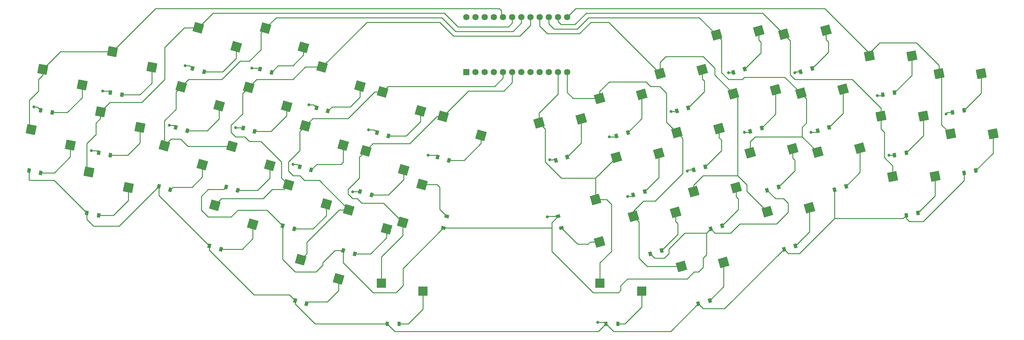
<source format=gbl>
%TF.GenerationSoftware,KiCad,Pcbnew,(6.0.7-1)-1*%
%TF.CreationDate,2022-08-01T13:34:11+02:00*%
%TF.ProjectId,green60-test2,67726565-6e36-4302-9d74-657374322e6b,v1.0.0*%
%TF.SameCoordinates,Original*%
%TF.FileFunction,Copper,L2,Bot*%
%TF.FilePolarity,Positive*%
%FSLAX46Y46*%
G04 Gerber Fmt 4.6, Leading zero omitted, Abs format (unit mm)*
G04 Created by KiCad (PCBNEW (6.0.7-1)-1) date 2022-08-01 13:34:11*
%MOMM*%
%LPD*%
G01*
G04 APERTURE LIST*
G04 Aperture macros list*
%AMRotRect*
0 Rectangle, with rotation*
0 The origin of the aperture is its center*
0 $1 length*
0 $2 width*
0 $3 Rotation angle, in degrees counterclockwise*
0 Add horizontal line*
21,1,$1,$2,0,0,$3*%
G04 Aperture macros list end*
%TA.AperFunction,SMDPad,CuDef*%
%ADD10RotRect,2.600000X2.600000X16.000000*%
%TD*%
%TA.AperFunction,SMDPad,CuDef*%
%ADD11RotRect,0.900000X1.200000X16.000000*%
%TD*%
%TA.AperFunction,SMDPad,CuDef*%
%ADD12R,2.600000X2.600000*%
%TD*%
%TA.AperFunction,SMDPad,CuDef*%
%ADD13R,0.900000X1.200000*%
%TD*%
%TA.AperFunction,SMDPad,CuDef*%
%ADD14RotRect,2.600000X2.600000X344.000000*%
%TD*%
%TA.AperFunction,SMDPad,CuDef*%
%ADD15RotRect,0.900000X1.200000X344.000000*%
%TD*%
%TA.AperFunction,SMDPad,CuDef*%
%ADD16RotRect,2.600000X2.600000X349.000000*%
%TD*%
%TA.AperFunction,SMDPad,CuDef*%
%ADD17RotRect,0.900000X1.200000X349.000000*%
%TD*%
%TA.AperFunction,SMDPad,CuDef*%
%ADD18RotRect,2.600000X2.600000X11.000000*%
%TD*%
%TA.AperFunction,SMDPad,CuDef*%
%ADD19RotRect,0.900000X1.200000X11.000000*%
%TD*%
%TA.AperFunction,SMDPad,CuDef*%
%ADD20RotRect,2.600000X2.600000X74.000000*%
%TD*%
%TA.AperFunction,SMDPad,CuDef*%
%ADD21RotRect,0.900000X1.200000X74.000000*%
%TD*%
%TA.AperFunction,ComponentPad*%
%ADD22R,1.752600X1.752600*%
%TD*%
%TA.AperFunction,ComponentPad*%
%ADD23C,1.752600*%
%TD*%
%TA.AperFunction,SMDPad,CuDef*%
%ADD24RotRect,2.600000X2.600000X286.000000*%
%TD*%
%TA.AperFunction,SMDPad,CuDef*%
%ADD25RotRect,0.900000X1.200000X286.000000*%
%TD*%
%TA.AperFunction,ViaPad*%
%ADD26C,0.800000*%
%TD*%
%TA.AperFunction,Conductor*%
%ADD27C,0.250000*%
%TD*%
G04 APERTURE END LIST*
D10*
%TO.P,S28,1*%
%TO.N,P7*%
X245419752Y-56262157D03*
%TO.P,S28,2*%
%TO.N,S28_D*%
X257128726Y-55193322D03*
D11*
X253264257Y-65751520D03*
%TO.P,S28,3*%
%TO.N,P19*%
X250092094Y-66661124D03*
%TD*%
D12*
%TO.P,S44,1*%
%TO.N,P16*%
X185101324Y-92567484D03*
D13*
%TO.P,S44,2*%
%TO.N,S44_D*%
X190026324Y-103851484D03*
D12*
X196651324Y-94767484D03*
D13*
%TO.P,S44,3*%
%TO.N,P19*%
X186726324Y-103851484D03*
%TD*%
D10*
%TO.P,S35,1*%
%TO.N,P6*%
X211089968Y-67146364D03*
D11*
%TO.P,S35,2*%
%TO.N,S35_D*%
X218934473Y-76635727D03*
D10*
X222798942Y-66077529D03*
D11*
%TO.P,S35,3*%
%TO.N,P18*%
X215762310Y-77545331D03*
%TD*%
D12*
%TO.P,S22,1*%
%TO.N,P20*%
X124483921Y-92567484D03*
D13*
%TO.P,S22,2*%
%TO.N,S22_D*%
X129408921Y-103851484D03*
D12*
X136033921Y-94767484D03*
D13*
%TO.P,S22,3*%
%TO.N,P19*%
X126108921Y-103851484D03*
%TD*%
D14*
%TO.P,S10,1*%
%TO.N,P4*%
X83100126Y-54611897D03*
%TO.P,S10,2*%
%TO.N,S10_D*%
X93596297Y-59910284D03*
D15*
X84724048Y-66816288D03*
%TO.P,S10,3*%
%TO.N,P18*%
X81551885Y-65906684D03*
%TD*%
D10*
%TO.P,S43,1*%
%TO.N,P10*%
X207675723Y-87891072D03*
D11*
%TO.P,S43,2*%
%TO.N,S43_D*%
X215520228Y-97380435D03*
D10*
X219384697Y-86822237D03*
D11*
%TO.P,S43,3*%
%TO.N,P19*%
X212348065Y-98290039D03*
%TD*%
D10*
%TO.P,S33,1*%
%TO.N,P6*%
X222053020Y-40075872D03*
%TO.P,S33,2*%
%TO.N,S33_D*%
X233761994Y-39007037D03*
D11*
X229897525Y-49565235D03*
%TO.P,S33,3*%
%TO.N,P15*%
X226725362Y-50474839D03*
%TD*%
D14*
%TO.P,S6,1*%
%TO.N,P4*%
X64419229Y-54456733D03*
%TO.P,S6,2*%
%TO.N,S6_D*%
X74915400Y-59755120D03*
D15*
X66043151Y-66661124D03*
%TO.P,S6,3*%
%TO.N,P19*%
X62870988Y-65751520D03*
%TD*%
D10*
%TO.P,S30,1*%
%TO.N,P8*%
X236048082Y-23579260D03*
%TO.P,S30,2*%
%TO.N,S30_D*%
X247757056Y-22510425D03*
D11*
X243892587Y-33068623D03*
%TO.P,S30,3*%
%TO.N,P14*%
X240720424Y-33978227D03*
%TD*%
D16*
%TO.P,S5,1*%
%TO.N,P2*%
X49990586Y-28368936D03*
D17*
%TO.P,S5,2*%
%TO.N,S5_D*%
X52672012Y-40385351D03*
D16*
X60908601Y-32732359D03*
D17*
%TO.P,S5,3*%
%TO.N,P14*%
X49432642Y-39755682D03*
%TD*%
D14*
%TO.P,S14,1*%
%TO.N,P21*%
X103434848Y-48999491D03*
D15*
%TO.P,S14,2*%
%TO.N,S14_D*%
X105058770Y-61203882D03*
D14*
X113931019Y-54297878D03*
D15*
%TO.P,S14,3*%
%TO.N,P15*%
X101886607Y-60294278D03*
%TD*%
D14*
%TO.P,S11,1*%
%TO.N,P5*%
X87785961Y-38270448D03*
D15*
%TO.P,S11,2*%
%TO.N,S11_D*%
X89409883Y-50474839D03*
D14*
X98282132Y-43568835D03*
D15*
%TO.P,S11,3*%
%TO.N,P15*%
X86237720Y-49565235D03*
%TD*%
D10*
%TO.P,S42,1*%
%TO.N,P16*%
X168187863Y-48135332D03*
D11*
%TO.P,S42,2*%
%TO.N,S42_D*%
X176032368Y-57624695D03*
D10*
X179896837Y-47066497D03*
D11*
%TO.P,S42,3*%
%TO.N,P14*%
X172860205Y-58534299D03*
%TD*%
D14*
%TO.P,S7,1*%
%TO.N,P4*%
X69105064Y-38115284D03*
%TO.P,S7,2*%
%TO.N,S7_D*%
X79601235Y-43413671D03*
D15*
X70728986Y-50319675D03*
%TO.P,S7,3*%
%TO.N,P15*%
X67556823Y-49410071D03*
%TD*%
D18*
%TO.P,S25,1*%
%TO.N,P8*%
X266202506Y-62994059D03*
D19*
%TO.P,S25,2*%
%TO.N,S25_D*%
X273190109Y-73131006D03*
D18*
X277960080Y-62949795D03*
D19*
%TO.P,S25,3*%
%TO.N,P19*%
X269950739Y-73760675D03*
%TD*%
D20*
%TO.P,S19,1*%
%TO.N,P20*%
X130445404Y-75704100D03*
D21*
%TO.P,S19,2*%
%TO.N,S19_D*%
X142649795Y-74080178D03*
D20*
X135743791Y-65207929D03*
D21*
%TO.P,S19,3*%
%TO.N,P18*%
X141740191Y-77252341D03*
%TD*%
D14*
%TO.P,S15,1*%
%TO.N,P5*%
X108120683Y-32658042D03*
%TO.P,S15,2*%
%TO.N,S15_D*%
X118616854Y-37956429D03*
D15*
X109744605Y-44862433D03*
%TO.P,S15,3*%
%TO.N,P14*%
X106572442Y-43952829D03*
%TD*%
D14*
%TO.P,S17,1*%
%TO.N,P20*%
X120186283Y-55883487D03*
D15*
%TO.P,S17,2*%
%TO.N,S17_D*%
X121810205Y-68087878D03*
D14*
X130682454Y-61181874D03*
D15*
%TO.P,S17,3*%
%TO.N,P15*%
X118638042Y-67178274D03*
%TD*%
D14*
%TO.P,S16,1*%
%TO.N,P21*%
X115500448Y-72224936D03*
%TO.P,S16,2*%
%TO.N,S16_D*%
X125996619Y-77523323D03*
D15*
X117124370Y-84429327D03*
%TO.P,S16,3*%
%TO.N,P18*%
X113952207Y-83519723D03*
%TD*%
D16*
%TO.P,S1,1*%
%TO.N,P2*%
X27455667Y-49965867D03*
D17*
%TO.P,S1,2*%
%TO.N,S1_D*%
X30137093Y-61982282D03*
D16*
X38373682Y-54329290D03*
D17*
%TO.P,S1,3*%
%TO.N,P19*%
X26897723Y-61352613D03*
%TD*%
D10*
%TO.P,S39,1*%
%TO.N,P16*%
X189652698Y-57688911D03*
%TO.P,S39,2*%
%TO.N,S39_D*%
X201361672Y-56620076D03*
D11*
X197497203Y-67178274D03*
%TO.P,S39,3*%
%TO.N,P15*%
X194325040Y-68087878D03*
%TD*%
D22*
%TO.P,MCU1,1*%
%TO.N,RAW*%
X148065183Y-34051448D03*
D23*
%TO.P,MCU1,2*%
%TO.N,N/C*%
X150605183Y-34051448D03*
%TO.P,MCU1,3*%
%TO.N,RST*%
X153145183Y-34051448D03*
%TO.P,MCU1,4*%
%TO.N,VCC*%
X155685183Y-34051448D03*
%TO.P,MCU1,5*%
%TO.N,P21*%
X158225183Y-34051448D03*
%TO.P,MCU1,6*%
%TO.N,P20*%
X160765183Y-34051448D03*
%TO.P,MCU1,7*%
%TO.N,P19*%
X163305183Y-34051448D03*
%TO.P,MCU1,8*%
%TO.N,P18*%
X165845183Y-34051448D03*
%TO.P,MCU1,9*%
%TO.N,P15*%
X168385183Y-34051448D03*
%TO.P,MCU1,10*%
%TO.N,P14*%
X170925183Y-34051448D03*
%TO.P,MCU1,11*%
%TO.N,P16*%
X173465183Y-34051448D03*
%TO.P,MCU1,12*%
%TO.N,P10*%
X176005183Y-34051448D03*
%TO.P,MCU1,13*%
%TO.N,P1*%
X148065183Y-18811448D03*
%TO.P,MCU1,14*%
%TO.N,P0*%
X150605183Y-18811448D03*
%TO.P,MCU1,15*%
%TO.N,N/C*%
X153145183Y-18811448D03*
%TO.P,MCU1,16*%
X155685183Y-18811448D03*
%TO.P,MCU1,17*%
%TO.N,P2*%
X158225183Y-18811448D03*
%TO.P,MCU1,18*%
%TO.N,P3*%
X160765183Y-18811448D03*
%TO.P,MCU1,19*%
%TO.N,P4*%
X163305183Y-18811448D03*
%TO.P,MCU1,20*%
%TO.N,P5*%
X165845183Y-18811448D03*
%TO.P,MCU1,21*%
%TO.N,P6*%
X168385183Y-18811448D03*
%TO.P,MCU1,22*%
%TO.N,P7*%
X170925183Y-18811448D03*
%TO.P,MCU1,23*%
%TO.N,P8*%
X173465183Y-18811448D03*
%TO.P,MCU1,24*%
%TO.N,P9*%
X176005183Y-18811448D03*
%TD*%
D18*
%TO.P,S24,1*%
%TO.N,P9*%
X279006166Y-34528004D03*
D19*
%TO.P,S24,2*%
%TO.N,S24_D*%
X285993769Y-44664951D03*
D18*
X290763740Y-34483740D03*
D19*
%TO.P,S24,3*%
%TO.N,P15*%
X282754399Y-45294620D03*
%TD*%
D16*
%TO.P,S2,1*%
%TO.N,P2*%
X30699420Y-33278205D03*
%TO.P,S2,2*%
%TO.N,S2_D*%
X41617435Y-37641628D03*
D17*
X33380846Y-45294620D03*
%TO.P,S2,3*%
%TO.N,P15*%
X30141476Y-44664951D03*
%TD*%
D10*
%TO.P,S29,1*%
%TO.N,P7*%
X240733917Y-39920708D03*
D11*
%TO.P,S29,2*%
%TO.N,S29_D*%
X248578422Y-49410071D03*
D10*
X252442891Y-38851873D03*
D11*
%TO.P,S29,3*%
%TO.N,P15*%
X245406259Y-50319675D03*
%TD*%
D10*
%TO.P,S31,1*%
%TO.N,P6*%
X231424690Y-72758770D03*
%TO.P,S31,2*%
%TO.N,S31_D*%
X243133664Y-71689935D03*
D11*
X239269195Y-82248133D03*
%TO.P,S31,3*%
%TO.N,P19*%
X236097032Y-83157737D03*
%TD*%
D14*
%TO.P,S18,1*%
%TO.N,P21*%
X124872119Y-39542038D03*
%TO.P,S18,2*%
%TO.N,S18_D*%
X135368290Y-44840425D03*
D15*
X126496041Y-51746429D03*
%TO.P,S18,3*%
%TO.N,P14*%
X123323878Y-50836825D03*
%TD*%
D10*
%TO.P,S32,1*%
%TO.N,P7*%
X226738855Y-56417321D03*
%TO.P,S32,2*%
%TO.N,S32_D*%
X238447829Y-55348486D03*
D11*
X234583360Y-65906684D03*
%TO.P,S32,3*%
%TO.N,P18*%
X231411197Y-66816288D03*
%TD*%
D16*
%TO.P,S4,1*%
%TO.N,P3*%
X46746833Y-45056598D03*
D17*
%TO.P,S4,2*%
%TO.N,S4_D*%
X49428259Y-57073013D03*
D16*
X57664848Y-49420021D03*
D17*
%TO.P,S4,3*%
%TO.N,P15*%
X46188889Y-56443344D03*
%TD*%
D14*
%TO.P,S20,1*%
%TO.N,P20*%
X141651118Y-46329908D03*
%TO.P,S20,2*%
%TO.N,S20_D*%
X152147289Y-51628295D03*
D15*
X143275040Y-58534299D03*
%TO.P,S20,3*%
%TO.N,P14*%
X140102877Y-57624695D03*
%TD*%
D14*
%TO.P,S21,1*%
%TO.N,P21*%
X102163258Y-86085648D03*
D15*
%TO.P,S21,2*%
%TO.N,S21_D*%
X103787180Y-98290039D03*
D14*
X112659429Y-91384035D03*
D15*
%TO.P,S21,3*%
%TO.N,P19*%
X100615017Y-97380435D03*
%TD*%
D24*
%TO.P,S41,1*%
%TO.N,P16*%
X183884418Y-69407836D03*
%TO.P,S41,2*%
%TO.N,S41_D*%
X184953253Y-81116810D03*
D25*
X174395055Y-77252341D03*
%TO.P,S41,3*%
%TO.N,P18*%
X173485451Y-74080178D03*
%TD*%
D10*
%TO.P,S40,1*%
%TO.N,P10*%
X184966863Y-41347462D03*
D11*
%TO.P,S40,2*%
%TO.N,S40_D*%
X192811368Y-50836825D03*
D10*
X196675837Y-40278627D03*
D11*
%TO.P,S40,3*%
%TO.N,P14*%
X189639205Y-51746429D03*
%TD*%
D18*
%TO.P,S23,1*%
%TO.N,P9*%
X282249919Y-51215666D03*
D19*
%TO.P,S23,2*%
%TO.N,S23_D*%
X289237522Y-61352613D03*
D18*
X294007493Y-51171402D03*
D19*
%TO.P,S23,3*%
%TO.N,P19*%
X285998152Y-61982282D03*
%TD*%
D10*
%TO.P,S38,1*%
%TO.N,P10*%
X194338533Y-74030360D03*
D11*
%TO.P,S38,2*%
%TO.N,S38_D*%
X202183038Y-83519723D03*
D10*
X206047507Y-72961525D03*
D11*
%TO.P,S38,3*%
%TO.N,P18*%
X199010875Y-84429327D03*
%TD*%
D14*
%TO.P,S13,1*%
%TO.N,P5*%
X98749013Y-65340940D03*
D15*
%TO.P,S13,2*%
%TO.N,S13_D*%
X100372935Y-77545331D03*
D14*
X109245184Y-70639327D03*
D15*
%TO.P,S13,3*%
%TO.N,P18*%
X97200772Y-76635727D03*
%TD*%
D18*
%TO.P,S26,1*%
%TO.N,P8*%
X262958753Y-46306397D03*
%TO.P,S26,2*%
%TO.N,S26_D*%
X274716327Y-46262133D03*
D19*
X269946356Y-56443344D03*
%TO.P,S26,3*%
%TO.N,P15*%
X266706986Y-57073013D03*
%TD*%
D10*
%TO.P,S37,1*%
%TO.N,P6*%
X201718298Y-34463466D03*
%TO.P,S37,2*%
%TO.N,S37_D*%
X213427272Y-33394631D03*
D11*
X209562803Y-43952829D03*
%TO.P,S37,3*%
%TO.N,P14*%
X206390640Y-44862433D03*
%TD*%
D18*
%TO.P,S27,1*%
%TO.N,P9*%
X259715000Y-29618735D03*
%TO.P,S27,2*%
%TO.N,S27_D*%
X271472574Y-29574471D03*
D19*
X266702603Y-39755682D03*
%TO.P,S27,3*%
%TO.N,P14*%
X263463233Y-40385351D03*
%TD*%
D10*
%TO.P,S34,1*%
%TO.N,P7*%
X217367185Y-23734424D03*
%TO.P,S34,2*%
%TO.N,S34_D*%
X229076159Y-22665589D03*
D11*
X225211690Y-33223787D03*
%TO.P,S34,3*%
%TO.N,P14*%
X222039527Y-34133391D03*
%TD*%
D14*
%TO.P,S9,1*%
%TO.N,P5*%
X78414291Y-70953346D03*
%TO.P,S9,2*%
%TO.N,S9_D*%
X88910462Y-76251733D03*
D15*
X80038213Y-83157737D03*
%TO.P,S9,3*%
%TO.N,P19*%
X76866050Y-82248133D03*
%TD*%
D16*
%TO.P,S3,1*%
%TO.N,P3*%
X43503080Y-61744260D03*
%TO.P,S3,2*%
%TO.N,S3_D*%
X54421095Y-66107683D03*
D17*
X46184506Y-73760675D03*
%TO.P,S3,3*%
%TO.N,P19*%
X42945136Y-73131006D03*
%TD*%
D10*
%TO.P,S36,1*%
%TO.N,P10*%
X206404133Y-50804915D03*
D11*
%TO.P,S36,2*%
%TO.N,S36_D*%
X214248638Y-60294278D03*
D10*
X218113107Y-49736080D03*
D11*
%TO.P,S36,3*%
%TO.N,P15*%
X211076475Y-61203882D03*
%TD*%
D14*
%TO.P,S12,1*%
%TO.N,P4*%
X92471796Y-21929000D03*
%TO.P,S12,2*%
%TO.N,S12_D*%
X102967967Y-27227387D03*
D15*
X94095718Y-34133391D03*
%TO.P,S12,3*%
%TO.N,P14*%
X90923555Y-33223787D03*
%TD*%
D14*
%TO.P,S8,1*%
%TO.N,P3*%
X73790899Y-21773836D03*
%TO.P,S8,2*%
%TO.N,S8_D*%
X84287070Y-27072223D03*
D15*
X75414821Y-33978227D03*
%TO.P,S8,3*%
%TO.N,P14*%
X72242658Y-33068623D03*
%TD*%
D26*
%TO.N,P19*%
X184475183Y-103421448D03*
%TO.N,P15*%
X28265183Y-43731448D03*
X225115183Y-50716448D03*
X84145183Y-49446448D03*
X209240183Y-61511448D03*
X116530183Y-67226448D03*
X44140183Y-55796448D03*
X265120183Y-57066448D03*
X243530183Y-50716448D03*
X100020183Y-59606448D03*
X280995183Y-45636448D03*
X192730183Y-68496448D03*
X65730183Y-48811448D03*
%TO.N,P14*%
X70175183Y-32301448D03*
X104465183Y-43096448D03*
X120975183Y-50081448D03*
X187650183Y-51986448D03*
X47315183Y-39286448D03*
X204795183Y-45001448D03*
X261945183Y-40556448D03*
X137485183Y-57066448D03*
X171140183Y-58336448D03*
X239085183Y-34206448D03*
X88590183Y-32936448D03*
X220670183Y-34206448D03*
%TO.N,P18*%
X170505183Y-74211448D03*
%TD*%
D27*
%TO.N,P2*%
X30699420Y-33278205D02*
X35608689Y-28368936D01*
X49990586Y-28368936D02*
X61933074Y-16426448D01*
X157805183Y-18391448D02*
X158225183Y-18811448D01*
X157805183Y-17061448D02*
X157805183Y-18391448D01*
X27455667Y-49965867D02*
X26995183Y-49505383D01*
X157170183Y-16426448D02*
X157805183Y-17061448D01*
X29535183Y-39286448D02*
X29535183Y-36111448D01*
X61933074Y-16426448D02*
X157170183Y-16426448D01*
X29535183Y-36111448D02*
X30699420Y-34947211D01*
X26995183Y-41826448D02*
X29535183Y-39286448D01*
X30699420Y-34947211D02*
X30699420Y-33278205D01*
X35608689Y-28368936D02*
X49990586Y-28368936D01*
X26995183Y-49505383D02*
X26995183Y-41826448D01*
%TO.N,P19*%
X219643321Y-99611448D02*
X236097032Y-83157737D01*
X269950739Y-74597004D02*
X270835183Y-75481448D01*
X236097032Y-83157737D02*
X237310743Y-84371448D01*
X106165219Y-103851484D02*
X126108921Y-103851484D01*
X42945136Y-74921401D02*
X44775183Y-76751448D01*
X269950739Y-73760675D02*
X269950739Y-74597004D01*
X186726324Y-103851484D02*
X188836288Y-105961448D01*
X62870988Y-68253071D02*
X76866050Y-82248133D01*
X184616360Y-105961448D02*
X186726324Y-103851484D01*
X274645183Y-75481448D02*
X285998152Y-64128479D01*
X250092094Y-74634537D02*
X269076877Y-74634537D01*
X240355183Y-84371448D02*
X250092094Y-74634537D01*
X100615017Y-98301282D02*
X106165219Y-103851484D01*
X212348065Y-98290039D02*
X213669474Y-99611448D01*
X26897723Y-63953988D02*
X26897723Y-61352613D01*
X213669474Y-99611448D02*
X219643321Y-99611448D01*
X269076877Y-74634537D02*
X269950739Y-73760675D01*
X89225183Y-95801448D02*
X99036030Y-95801448D01*
X26995183Y-64051448D02*
X26897723Y-63953988D01*
X62870988Y-65751520D02*
X62870988Y-68253071D01*
X76866050Y-83442315D02*
X89225183Y-95801448D01*
X186726324Y-103851484D02*
X186296288Y-103421448D01*
X237310743Y-84371448D02*
X240355183Y-84371448D01*
X44775183Y-76751448D02*
X51871060Y-76751448D01*
X33865578Y-64051448D02*
X26995183Y-64051448D01*
X100615017Y-97380435D02*
X100615017Y-98301282D01*
X188836288Y-105961448D02*
X204676656Y-105961448D01*
X250092094Y-74634537D02*
X250092094Y-66661124D01*
X128218885Y-105961448D02*
X184616360Y-105961448D01*
X99036030Y-95801448D02*
X100615017Y-97380435D01*
X186296288Y-103421448D02*
X184475183Y-103421448D01*
X285998152Y-64128479D02*
X285998152Y-61982282D01*
X42945136Y-73131006D02*
X42945136Y-74921401D01*
X42945136Y-73131006D02*
X33865578Y-64051448D01*
X76866050Y-82248133D02*
X76866050Y-83442315D01*
X270835183Y-75481448D02*
X274645183Y-75481448D01*
X204676656Y-105961448D02*
X212348065Y-98290039D01*
X126108921Y-103851484D02*
X128218885Y-105961448D01*
X51871060Y-76751448D02*
X62870988Y-65751520D01*
%TO.N,S1_D*%
X30137093Y-61982282D02*
X33900119Y-61982282D01*
X33900119Y-61982282D02*
X38373682Y-57508719D01*
X38373682Y-57508719D02*
X38373682Y-54329290D01*
%TO.N,P15*%
X225115183Y-50716448D02*
X226483753Y-50716448D01*
X209547749Y-61203882D02*
X209240183Y-61511448D01*
X211076475Y-61203882D02*
X209547749Y-61203882D01*
X29207973Y-43731448D02*
X30141476Y-44664951D01*
X265126748Y-57073013D02*
X265120183Y-57066448D01*
X101198777Y-59606448D02*
X101886607Y-60294278D01*
X28265183Y-43731448D02*
X29207973Y-43731448D01*
X118638042Y-67178274D02*
X116578357Y-67178274D01*
X116578357Y-67178274D02*
X116530183Y-67226448D01*
X266706986Y-57073013D02*
X265126748Y-57073013D01*
X86118933Y-49446448D02*
X86237720Y-49565235D01*
X243530183Y-50716448D02*
X245009486Y-50716448D01*
X45541993Y-55796448D02*
X46188889Y-56443344D01*
X84145183Y-49446448D02*
X86118933Y-49446448D01*
X192730183Y-68496448D02*
X193916470Y-68496448D01*
X282754399Y-45294620D02*
X281337011Y-45294620D01*
X65730183Y-48811448D02*
X66958200Y-48811448D01*
X281337011Y-45294620D02*
X280995183Y-45636448D01*
X245009486Y-50716448D02*
X245406259Y-50319675D01*
X66958200Y-48811448D02*
X67556823Y-49410071D01*
X44140183Y-55796448D02*
X45541993Y-55796448D01*
X226483753Y-50716448D02*
X226725362Y-50474839D01*
X193916470Y-68496448D02*
X194325040Y-68087878D01*
X100020183Y-59606448D02*
X101198777Y-59606448D01*
%TO.N,S2_D*%
X37497011Y-45294620D02*
X41617435Y-41174196D01*
X41617435Y-41174196D02*
X41617435Y-37641628D01*
X33380846Y-45294620D02*
X37497011Y-45294620D01*
%TO.N,P3*%
X46746833Y-45056598D02*
X49341983Y-42461448D01*
X42870183Y-61111363D02*
X42870183Y-53891448D01*
X159710183Y-21506448D02*
X160765183Y-20451448D01*
X77868287Y-17696448D02*
X141930183Y-17696448D01*
X69907795Y-21773836D02*
X73790899Y-21773836D01*
X58110183Y-42461448D02*
X64460183Y-36111448D01*
X42870183Y-53891448D02*
X45410183Y-51351448D01*
X73790899Y-21773836D02*
X77868287Y-17696448D01*
X145740183Y-21506448D02*
X159710183Y-21506448D01*
X49341983Y-42461448D02*
X58110183Y-42461448D01*
X43503080Y-61744260D02*
X42870183Y-61111363D01*
X45410183Y-48176448D02*
X46746833Y-46839798D01*
X141930183Y-17696448D02*
X145740183Y-21506448D01*
X46746833Y-46839798D02*
X46746833Y-45056598D01*
X45410183Y-51351448D02*
X45410183Y-48176448D01*
X64460183Y-27221448D02*
X69907795Y-21773836D01*
X64460183Y-36111448D02*
X64460183Y-27221448D01*
X160765183Y-20451448D02*
X160765183Y-18811448D01*
%TO.N,S3_D*%
X54421095Y-69645536D02*
X54421095Y-66107683D01*
X50305956Y-73760675D02*
X54421095Y-69645536D01*
X46184506Y-73760675D02*
X50305956Y-73760675D01*
%TO.N,S4_D*%
X57664848Y-53701783D02*
X57664848Y-49420021D01*
X49428259Y-57073013D02*
X54293618Y-57073013D01*
X54293618Y-57073013D02*
X57664848Y-53701783D01*
%TO.N,P14*%
X70175183Y-32301448D02*
X71475483Y-32301448D01*
X104465183Y-43096448D02*
X105716061Y-43096448D01*
X204795183Y-45001448D02*
X206251625Y-45001448D01*
X47315183Y-39286448D02*
X48963408Y-39286448D01*
X105716061Y-43096448D02*
X106572442Y-43952829D01*
X48963408Y-39286448D02*
X49432642Y-39755682D01*
X137485183Y-57066448D02*
X139544630Y-57066448D01*
X189399186Y-51986448D02*
X189639205Y-51746429D01*
X139544630Y-57066448D02*
X140102877Y-57624695D01*
X90636216Y-32936448D02*
X90923555Y-33223787D01*
X71475483Y-32301448D02*
X72242658Y-33068623D01*
X171140183Y-58336448D02*
X172662354Y-58336448D01*
X261945183Y-40556448D02*
X263292136Y-40556448D01*
X88590183Y-32936448D02*
X90636216Y-32936448D01*
X239313404Y-33978227D02*
X239085183Y-34206448D01*
X221966470Y-34206448D02*
X222039527Y-34133391D01*
X120975183Y-50081448D02*
X122568501Y-50081448D01*
X220670183Y-34206448D02*
X221966470Y-34206448D01*
X187650183Y-51986448D02*
X189399186Y-51986448D01*
X172662354Y-58336448D02*
X172860205Y-58534299D01*
X263292136Y-40556448D02*
X263463233Y-40385351D01*
X122568501Y-50081448D02*
X123323878Y-50836825D01*
X240720424Y-33978227D02*
X239313404Y-33978227D01*
X206251625Y-45001448D02*
X206390640Y-44862433D01*
%TO.N,S5_D*%
X52672012Y-40385351D02*
X57646280Y-40385351D01*
X60908601Y-37123030D02*
X60908601Y-32732359D01*
X57646280Y-40385351D02*
X60908601Y-37123030D01*
%TO.N,P4*%
X92471796Y-21929000D02*
X91130183Y-23270613D01*
X141295183Y-18966448D02*
X145105183Y-22776448D01*
X67635183Y-39585165D02*
X69105064Y-38115284D01*
X66254514Y-52621448D02*
X64419229Y-54456733D01*
X67635183Y-44366448D02*
X67635183Y-39585165D01*
X68905183Y-52621448D02*
X66254514Y-52621448D01*
X95434348Y-18966448D02*
X141295183Y-18966448D01*
X91130183Y-23270613D02*
X91130183Y-27856448D01*
X91130183Y-27856448D02*
X87955183Y-31031448D01*
X145105183Y-22776448D02*
X160980183Y-22776448D01*
X64419229Y-47582402D02*
X67635183Y-44366448D01*
X160980183Y-22776448D02*
X163305183Y-20451448D01*
X85415183Y-31031448D02*
X80335183Y-36111448D01*
X92471796Y-21929000D02*
X95434348Y-18966448D01*
X71108900Y-36111448D02*
X69105064Y-38115284D01*
X80335183Y-36111448D02*
X71108900Y-36111448D01*
X64419229Y-54456733D02*
X64419229Y-47582402D01*
X83100126Y-54611897D02*
X70895632Y-54611897D01*
X87955183Y-31031448D02*
X85415183Y-31031448D01*
X163305183Y-20451448D02*
X163305183Y-18811448D01*
X70895632Y-54611897D02*
X68905183Y-52621448D01*
%TO.N,S6_D*%
X66747827Y-65956448D02*
X66043151Y-66661124D01*
X72080183Y-65956448D02*
X66747827Y-65956448D01*
X74915400Y-59755120D02*
X74915400Y-63121231D01*
X74915400Y-63121231D02*
X72080183Y-65956448D01*
%TO.N,S7_D*%
X76286956Y-50319675D02*
X79601235Y-47005396D01*
X79601235Y-47005396D02*
X79601235Y-43413671D01*
X70728986Y-50319675D02*
X76286956Y-50319675D01*
%TO.N,S8_D*%
X75414821Y-33978227D02*
X80563404Y-33978227D01*
X80563404Y-33978227D02*
X84287070Y-30254561D01*
X84287070Y-30254561D02*
X84287070Y-27072223D01*
%TO.N,P5*%
X144470183Y-24046448D02*
X140660183Y-20236448D01*
X80236189Y-69131448D02*
X91765183Y-69131448D01*
X165845183Y-21086448D02*
X162885183Y-24046448D01*
X87785961Y-38270448D02*
X89944961Y-36111448D01*
X98749013Y-65340940D02*
X96845183Y-63437110D01*
X84145183Y-51986448D02*
X82875183Y-50716448D01*
X78414291Y-70953346D02*
X80236189Y-69131448D01*
X82875183Y-48811448D02*
X86050183Y-45636448D01*
X97498505Y-66591448D02*
X98749013Y-65340940D01*
X86685183Y-51986448D02*
X84145183Y-51986448D01*
X87955183Y-53256448D02*
X86685183Y-51986448D01*
X120542277Y-20236448D02*
X108120683Y-32658042D01*
X86050183Y-40006226D02*
X87785961Y-38270448D01*
X165845183Y-18811448D02*
X165845183Y-21086448D01*
X140660183Y-20236448D02*
X120542277Y-20236448D01*
X94305183Y-66591448D02*
X97498505Y-66591448D01*
X96845183Y-58971448D02*
X91130183Y-53256448D01*
X91765183Y-69131448D02*
X94305183Y-66591448D01*
X91130183Y-53256448D02*
X87955183Y-53256448D01*
X82875183Y-50716448D02*
X82875183Y-48811448D01*
X86050183Y-45636448D02*
X86050183Y-40006226D01*
X96845183Y-63437110D02*
X96845183Y-58971448D01*
X100020183Y-36111448D02*
X103473589Y-32658042D01*
X162885183Y-24046448D02*
X144470183Y-24046448D01*
X89944961Y-36111448D02*
X100020183Y-36111448D01*
X103473589Y-32658042D02*
X108120683Y-32658042D01*
%TO.N,S9_D*%
X80038213Y-83157737D02*
X85993894Y-83157737D01*
X88910462Y-80241169D02*
X88910462Y-76251733D01*
X85993894Y-83157737D02*
X88910462Y-80241169D01*
%TO.N,P18*%
X221305183Y-78656448D02*
X216873427Y-78656448D01*
X108275183Y-86911448D02*
X108275183Y-87546448D01*
X171775183Y-77386448D02*
X171775183Y-75790446D01*
X100655183Y-89451448D02*
X97200772Y-85997037D01*
X171775183Y-83736448D02*
X171775183Y-77386448D01*
X170505183Y-74211448D02*
X170636453Y-74080178D01*
X200222996Y-85641448D02*
X199010875Y-84429327D01*
X202890183Y-85641448D02*
X200222996Y-85641448D01*
X171775183Y-75790446D02*
X173485451Y-74080178D01*
X214651193Y-78656448D02*
X214651193Y-84675438D01*
X113952207Y-86873472D02*
X113952207Y-83519723D01*
X106370183Y-89451448D02*
X100655183Y-89451448D01*
X231411197Y-66816288D02*
X233726357Y-69131448D01*
X74620183Y-68496448D02*
X76525183Y-66591448D01*
X214651193Y-84675438D02*
X213685183Y-85641448D01*
X235910183Y-69131448D02*
X237180183Y-70401448D01*
X213685183Y-88181448D02*
X212415183Y-89451448D01*
X122245183Y-95166448D02*
X113952207Y-86873472D01*
X213685183Y-85641448D02*
X213685183Y-88181448D01*
X183205183Y-95166448D02*
X171775183Y-83736448D01*
X208605183Y-78656448D02*
X204160183Y-83101448D01*
X170636453Y-74080178D02*
X173485451Y-74080178D01*
X233726357Y-69131448D02*
X235910183Y-69131448D01*
X216873427Y-78656448D02*
X215762310Y-77545331D01*
X128595183Y-95166448D02*
X122245183Y-95166448D01*
X113952207Y-83519723D02*
X111666908Y-83519723D01*
X209240183Y-91356448D02*
X192730183Y-91356448D01*
X76525183Y-66591448D02*
X80867121Y-66591448D01*
X80867121Y-66591448D02*
X81551885Y-65906684D01*
X190825183Y-94531448D02*
X190190183Y-95166448D01*
X111666908Y-83519723D02*
X108275183Y-86911448D01*
X84780183Y-72306448D02*
X82875183Y-74211448D01*
X82875183Y-74211448D02*
X76525183Y-74211448D01*
X237180183Y-72941448D02*
X234005183Y-76116448D01*
X192730183Y-91356448D02*
X190825183Y-93261448D01*
X223845183Y-76116448D02*
X221305183Y-78656448D01*
X237180183Y-70401448D02*
X237180183Y-72941448D01*
X214651193Y-78656448D02*
X208605183Y-78656448D01*
X130500183Y-88492349D02*
X130500183Y-93261448D01*
X74620183Y-72306448D02*
X74620183Y-68496448D01*
X204160183Y-84371448D02*
X202890183Y-85641448D01*
X76525183Y-74211448D02*
X74620183Y-72306448D01*
X141740191Y-77252341D02*
X130500183Y-88492349D01*
X92871493Y-72306448D02*
X84780183Y-72306448D01*
X141740191Y-77252341D02*
X171641076Y-77252341D01*
X190825183Y-93261448D02*
X190825183Y-94531448D01*
X234005183Y-76116448D02*
X223845183Y-76116448D01*
X97200772Y-76635727D02*
X92871493Y-72306448D01*
X190190183Y-95166448D02*
X183205183Y-95166448D01*
X108275183Y-87546448D02*
X106370183Y-89451448D01*
X204160183Y-83101448D02*
X204160183Y-84371448D01*
X130500183Y-93261448D02*
X128595183Y-95166448D01*
X215762310Y-77545331D02*
X214651193Y-78656448D01*
X97200772Y-85997037D02*
X97200772Y-76635727D01*
X212415183Y-89451448D02*
X211145183Y-89451448D01*
X171641076Y-77252341D02*
X171775183Y-77386448D01*
X211145183Y-89451448D02*
X209240183Y-91356448D01*
%TO.N,S10_D*%
X84724048Y-66816288D02*
X90270343Y-66816288D01*
X93596297Y-63490334D02*
X93596297Y-59910284D01*
X90270343Y-66816288D02*
X93596297Y-63490334D01*
%TO.N,S11_D*%
X98282132Y-46174901D02*
X93982194Y-50474839D01*
X98282132Y-43568835D02*
X98282132Y-46174901D01*
X93982194Y-50474839D02*
X89409883Y-50474839D01*
%TO.N,S12_D*%
X100020183Y-32301448D02*
X95927661Y-32301448D01*
X102967967Y-29353664D02*
X100020183Y-32301448D01*
X95927661Y-32301448D02*
X94095718Y-34133391D01*
X102967967Y-27227387D02*
X102967967Y-29353664D01*
%TO.N,S13_D*%
X100372935Y-77545331D02*
X105576300Y-77545331D01*
X105576300Y-77545331D02*
X109245184Y-73876447D01*
X109245184Y-73876447D02*
X109245184Y-70639327D01*
%TO.N,P21*%
X158225183Y-35691448D02*
X158225183Y-34051448D01*
X101925183Y-50509156D02*
X103434848Y-48999491D01*
X103830183Y-81196448D02*
X103830183Y-84418723D01*
X105527891Y-46906448D02*
X115260183Y-46906448D01*
X101925183Y-62781448D02*
X100020183Y-62781448D01*
X98750183Y-58971448D02*
X101925183Y-55796448D01*
X155900183Y-38016448D02*
X158225183Y-35691448D01*
X115500448Y-72224936D02*
X107326960Y-64051448D01*
X100020183Y-62781448D02*
X98750183Y-61511448D01*
X126397709Y-38016448D02*
X155900183Y-38016448D01*
X101925183Y-55796448D02*
X101925183Y-50509156D01*
X103434848Y-48999491D02*
X105527891Y-46906448D01*
X107326960Y-64051448D02*
X103195183Y-64051448D01*
X98750183Y-61511448D02*
X98750183Y-58971448D01*
X124872119Y-39542038D02*
X126397709Y-38016448D01*
X103195183Y-64051448D02*
X101925183Y-62781448D01*
X103830183Y-84418723D02*
X102163258Y-86085648D01*
X115260183Y-46906448D02*
X122624593Y-39542038D01*
X122624593Y-39542038D02*
X124872119Y-39542038D01*
X115500448Y-72224936D02*
X112801695Y-72224936D01*
X112801695Y-72224936D02*
X103830183Y-81196448D01*
%TO.N,S14_D*%
X106656204Y-59606448D02*
X105058770Y-61203882D01*
X113355183Y-59606448D02*
X106656204Y-59606448D01*
X113931019Y-59030612D02*
X113355183Y-59606448D01*
X113931019Y-54297878D02*
X113931019Y-59030612D01*
%TO.N,S15_D*%
X115895183Y-43731448D02*
X110875590Y-43731448D01*
X118616854Y-41009777D02*
X115895183Y-43731448D01*
X118616854Y-37956429D02*
X118616854Y-41009777D01*
X110875590Y-43731448D02*
X109744605Y-44862433D01*
%TO.N,S16_D*%
X117124370Y-84429327D02*
X121552304Y-84429327D01*
X121552304Y-84429327D02*
X125996619Y-79985012D01*
X125996619Y-79985012D02*
X125996619Y-77523323D01*
%TO.N,P20*%
X132405183Y-53891448D02*
X139966723Y-46329908D01*
X115260183Y-67861448D02*
X115260183Y-66591448D01*
X160765183Y-36961448D02*
X160765183Y-34051448D01*
X118435183Y-57634587D02*
X120186283Y-55883487D01*
X139966723Y-46329908D02*
X141651118Y-46329908D01*
X120186283Y-55883487D02*
X122178322Y-53891448D01*
X117800183Y-69131448D02*
X116530183Y-69131448D01*
X130445404Y-75704100D02*
X125142752Y-70401448D01*
X116530183Y-69131448D02*
X115260183Y-67861448D01*
X158440183Y-39286448D02*
X160765183Y-36961448D01*
X124483921Y-92567484D02*
X124483921Y-85307710D01*
X141651118Y-46329908D02*
X148694578Y-39286448D01*
X118435183Y-63416448D02*
X118435183Y-57634587D01*
X119070183Y-70401448D02*
X117800183Y-69131448D01*
X115260183Y-66591448D02*
X118435183Y-63416448D01*
X124483921Y-85307710D02*
X130445404Y-79346227D01*
X130445404Y-79346227D02*
X130445404Y-75704100D01*
X148694578Y-39286448D02*
X158440183Y-39286448D01*
X122178322Y-53891448D02*
X132405183Y-53891448D01*
X125142752Y-70401448D02*
X119070183Y-70401448D01*
%TO.N,S17_D*%
X121810205Y-68087878D02*
X126463753Y-68087878D01*
X126463753Y-68087878D02*
X130682454Y-63869177D01*
X130682454Y-63869177D02*
X130682454Y-61181874D01*
%TO.N,S18_D*%
X131375202Y-51746429D02*
X135368290Y-47753341D01*
X135368290Y-47753341D02*
X135368290Y-44840425D01*
X126496041Y-51746429D02*
X131375202Y-51746429D01*
%TO.N,S19_D*%
X140660183Y-72090566D02*
X142649795Y-74080178D01*
X135743791Y-65207929D02*
X139911664Y-65207929D01*
X139911664Y-65207929D02*
X140660183Y-65956448D01*
X140660183Y-65956448D02*
X140660183Y-72090566D01*
%TO.N,S20_D*%
X147447332Y-58534299D02*
X143275040Y-58534299D01*
X152147289Y-51628295D02*
X152147289Y-53834342D01*
X152147289Y-53834342D02*
X147447332Y-58534299D01*
%TO.N,S21_D*%
X109545183Y-97706448D02*
X104370771Y-97706448D01*
X112659429Y-91384035D02*
X112659429Y-94592202D01*
X104370771Y-97706448D02*
X103787180Y-98290039D01*
X112659429Y-94592202D02*
X109545183Y-97706448D01*
%TO.N,S22_D*%
X136033921Y-99792710D02*
X136033921Y-94767484D01*
X129408921Y-103851484D02*
X131975147Y-103851484D01*
X131975147Y-103851484D02*
X136033921Y-99792710D01*
%TO.N,P10*%
X184966863Y-41347462D02*
X177646197Y-41347462D01*
X194338533Y-72603098D02*
X197175183Y-69766448D01*
X201620183Y-38016448D02*
X199080183Y-38016448D01*
X184966863Y-39429768D02*
X184966863Y-41347462D01*
X195905183Y-75597010D02*
X194338533Y-74030360D01*
X187650183Y-36746448D02*
X184966863Y-39429768D01*
X200350183Y-69766448D02*
X207970183Y-62146448D01*
X207675723Y-87891072D02*
X198154807Y-87891072D01*
X207970183Y-52370965D02*
X206404133Y-50804915D01*
X203525183Y-39921448D02*
X201620183Y-38016448D01*
X206404133Y-50804915D02*
X203525183Y-47925965D01*
X195905183Y-85641448D02*
X195905183Y-75597010D01*
X176005183Y-39706448D02*
X176005183Y-34051448D01*
X197810183Y-36746448D02*
X187650183Y-36746448D01*
X198154807Y-87891072D02*
X195905183Y-85641448D01*
X177646197Y-41347462D02*
X176005183Y-39706448D01*
X194338533Y-74030360D02*
X194338533Y-72603098D01*
X197175183Y-69766448D02*
X200350183Y-69766448D01*
X207970183Y-62146448D02*
X207970183Y-52370965D01*
X199080183Y-38016448D02*
X197810183Y-36746448D01*
X203525183Y-47925965D02*
X203525183Y-39921448D01*
%TO.N,S23_D*%
X289237522Y-61352613D02*
X294007493Y-56582642D01*
X294007493Y-56582642D02*
X294007493Y-51171402D01*
%TO.N,S24_D*%
X285993769Y-44664951D02*
X290763740Y-39894980D01*
X290763740Y-39894980D02*
X290763740Y-34483740D01*
%TO.N,P8*%
X262958753Y-46306397D02*
X262958753Y-44110018D01*
X262958753Y-49825018D02*
X262958753Y-46306397D01*
X262958753Y-44110018D02*
X254960183Y-36111448D01*
X237815183Y-25346361D02*
X236048082Y-23579260D01*
X230165270Y-17696448D02*
X181300183Y-17696448D01*
X178125183Y-20871448D02*
X174315183Y-20871448D01*
X237815183Y-34841448D02*
X237815183Y-25346361D01*
X266202506Y-60053771D02*
X263850183Y-57701448D01*
X236048082Y-23579260D02*
X230165270Y-17696448D01*
X254960183Y-36111448D02*
X239085183Y-36111448D01*
X173465183Y-20021448D02*
X173465183Y-18811448D01*
X263850183Y-50716448D02*
X262958753Y-49825018D01*
X239085183Y-36111448D02*
X237815183Y-34841448D01*
X266202506Y-62994059D02*
X266202506Y-60053771D01*
X181300183Y-17696448D02*
X178125183Y-20871448D01*
X174315183Y-20871448D02*
X173465183Y-20021448D01*
X263850183Y-57701448D02*
X263850183Y-50716448D01*
%TO.N,S25_D*%
X277960080Y-68361035D02*
X277960080Y-62949795D01*
X273190109Y-73131006D02*
X277960080Y-68361035D01*
%TO.N,S26_D*%
X269946356Y-56443344D02*
X274716327Y-51673373D01*
X274716327Y-51673373D02*
X274716327Y-46262133D01*
%TO.N,P9*%
X247340183Y-16426448D02*
X178390183Y-16426448D01*
X259715000Y-29618735D02*
X259715000Y-28801265D01*
X279006166Y-32217431D02*
X272740183Y-25951448D01*
X282249919Y-51215666D02*
X279725183Y-48690930D01*
X178390183Y-16426448D02*
X176005183Y-18811448D01*
X259715000Y-28816631D02*
X259715000Y-29618735D01*
X272740183Y-25951448D02*
X262580183Y-25951448D01*
X279006166Y-34528004D02*
X279006166Y-32217431D01*
X279725183Y-35247021D02*
X279006166Y-34528004D01*
X259715000Y-28801265D02*
X247340183Y-16426448D01*
X262580183Y-25951448D02*
X259715000Y-28816631D01*
X279725183Y-48690930D02*
X279725183Y-35247021D01*
%TO.N,S27_D*%
X266702603Y-39755682D02*
X271472574Y-34985711D01*
X271472574Y-34985711D02*
X271472574Y-29574471D01*
%TO.N,P7*%
X245419752Y-56262157D02*
X241144043Y-51986448D01*
X241144043Y-49292588D02*
X242260183Y-48176448D01*
X178760183Y-22141448D02*
X172380183Y-22141448D01*
X242260183Y-41446974D02*
X240733917Y-39920708D01*
X225115183Y-35476448D02*
X224480183Y-36111448D01*
X241144043Y-51986448D02*
X241144043Y-49292588D01*
X172380183Y-22141448D02*
X170925183Y-20686448D01*
X242260183Y-48176448D02*
X242260183Y-41446974D01*
X181935183Y-18966448D02*
X178760183Y-22141448D01*
X170925183Y-20686448D02*
X170925183Y-18811448D01*
X217367185Y-23734424D02*
X212599209Y-18966448D01*
X218765183Y-25132422D02*
X217367185Y-23734424D01*
X224480183Y-36111448D02*
X220670183Y-36111448D01*
X236289657Y-35476448D02*
X225115183Y-35476448D01*
X212599209Y-18966448D02*
X181935183Y-18966448D01*
X220670183Y-36111448D02*
X218765183Y-34206448D01*
X240733917Y-39920708D02*
X236289657Y-35476448D01*
X228111845Y-51986448D02*
X226738855Y-53359438D01*
X218765183Y-34206448D02*
X218765183Y-25132422D01*
X226738855Y-53359438D02*
X226738855Y-56417321D01*
X241144043Y-51986448D02*
X228111845Y-51986448D01*
%TO.N,S28_D*%
X257128726Y-61887051D02*
X257128726Y-55193322D01*
X253264257Y-65751520D02*
X257128726Y-61887051D01*
%TO.N,S29_D*%
X252442891Y-45545602D02*
X252442891Y-38851873D01*
X248578422Y-49410071D02*
X252442891Y-45545602D01*
%TO.N,S30_D*%
X243892587Y-33068623D02*
X248364665Y-28596545D01*
X248364665Y-28596545D02*
X248364665Y-25664296D01*
X248364665Y-25664296D02*
X247757056Y-25056687D01*
X247757056Y-25056687D02*
X247757056Y-22510425D01*
%TO.N,P6*%
X201718298Y-34463466D02*
X187491280Y-20236448D01*
X216860183Y-32936448D02*
X213685183Y-29761448D01*
X182570183Y-20236448D02*
X179395183Y-23411448D01*
X223210183Y-41233035D02*
X222053020Y-40075872D01*
X213685183Y-62781448D02*
X211089968Y-65376663D01*
X231424690Y-72758770D02*
X225750183Y-67084263D01*
X216860183Y-34883035D02*
X216860183Y-32936448D01*
X223210183Y-62781448D02*
X223210183Y-41233035D01*
X203362433Y-29761448D02*
X201718298Y-31405583D01*
X179395183Y-23411448D02*
X170505183Y-23411448D01*
X225750183Y-67084263D02*
X225750183Y-65321448D01*
X211089968Y-65376663D02*
X211089968Y-67146364D01*
X223210183Y-62781448D02*
X213685183Y-62781448D01*
X168385183Y-21291448D02*
X168385183Y-18811448D01*
X170505183Y-23411448D02*
X168385183Y-21291448D01*
X187491280Y-20236448D02*
X182570183Y-20236448D01*
X225750183Y-65321448D02*
X223210183Y-62781448D01*
X201718298Y-31405583D02*
X201718298Y-34463466D01*
X222053020Y-40075872D02*
X216860183Y-34883035D01*
X213685183Y-29761448D02*
X203362433Y-29761448D01*
%TO.N,S31_D*%
X239269195Y-82248133D02*
X243133664Y-78383664D01*
X243133664Y-78383664D02*
X243133664Y-71689935D01*
%TO.N,S32_D*%
X239055438Y-61434606D02*
X239055438Y-58502357D01*
X238447829Y-57894748D02*
X238447829Y-55348486D01*
X239055438Y-58502357D02*
X238447829Y-57894748D01*
X234583360Y-65906684D02*
X239055438Y-61434606D01*
%TO.N,S33_D*%
X233761994Y-45700766D02*
X233761994Y-39007037D01*
X229897525Y-49565235D02*
X233761994Y-45700766D01*
%TO.N,S34_D*%
X229683768Y-25819460D02*
X229076159Y-25211851D01*
X229076159Y-25211851D02*
X229076159Y-22665589D01*
X225211690Y-33223787D02*
X229683768Y-28751709D01*
X229683768Y-28751709D02*
X229683768Y-25819460D01*
%TO.N,S35_D*%
X223406551Y-72163649D02*
X223406551Y-69231400D01*
X223406551Y-69231400D02*
X222798942Y-68623791D01*
X218934473Y-76635727D02*
X223406551Y-72163649D01*
X222798942Y-68623791D02*
X222798942Y-66077529D01*
%TO.N,S36_D*%
X218720716Y-55822200D02*
X218720716Y-52889951D01*
X218113107Y-52282342D02*
X218113107Y-49736080D01*
X218720716Y-52889951D02*
X218113107Y-52282342D01*
X214248638Y-60294278D02*
X218720716Y-55822200D01*
%TO.N,S37_D*%
X214034881Y-39480751D02*
X214034881Y-36548502D01*
X213427272Y-35940893D02*
X213427272Y-33394631D01*
X209562803Y-43952829D02*
X214034881Y-39480751D01*
X214034881Y-36548502D02*
X213427272Y-35940893D01*
%TO.N,S38_D*%
X206047507Y-75507787D02*
X206047507Y-72961525D01*
X202183038Y-83519723D02*
X206655116Y-79047645D01*
X206655116Y-79047645D02*
X206655116Y-76115396D01*
X206655116Y-76115396D02*
X206047507Y-75507787D01*
%TO.N,P16*%
X184475183Y-62781448D02*
X184560161Y-62781448D01*
X185101324Y-92567484D02*
X185101324Y-86920307D01*
X169870183Y-58971448D02*
X169870183Y-49817652D01*
X183884418Y-63460683D02*
X183884418Y-63372213D01*
X188285183Y-70750718D02*
X186942301Y-69407836D01*
X188285183Y-83736448D02*
X188285183Y-70750718D01*
X183884418Y-69407836D02*
X183884418Y-63460683D01*
X168187863Y-45413768D02*
X173465183Y-40136448D01*
X183884418Y-63460683D02*
X174359418Y-63460683D01*
X174359418Y-63460683D02*
X169870183Y-58971448D01*
X185101324Y-86920307D02*
X188285183Y-83736448D01*
X183884418Y-63372213D02*
X184475183Y-62781448D01*
X184560161Y-62781448D02*
X189652698Y-57688911D01*
X173465183Y-40136448D02*
X173465183Y-34051448D01*
X169870183Y-49817652D02*
X168187863Y-48135332D01*
X168187863Y-48135332D02*
X168187863Y-45413768D01*
X186942301Y-69407836D02*
X183884418Y-69407836D01*
%TO.N,S39_D*%
X201361672Y-63313805D02*
X201361672Y-56620076D01*
X197497203Y-67178274D02*
X201361672Y-63313805D01*
%TO.N,S40_D*%
X196675837Y-46972356D02*
X196675837Y-40278627D01*
X192811368Y-50836825D02*
X196675837Y-46972356D01*
%TO.N,S41_D*%
X178867133Y-81724419D02*
X181799382Y-81724419D01*
X181799382Y-81724419D02*
X182406991Y-81116810D01*
X174395055Y-77252341D02*
X178867133Y-81724419D01*
X182406991Y-81116810D02*
X184953253Y-81116810D01*
%TO.N,S42_D*%
X179896837Y-47066497D02*
X179896837Y-53760226D01*
X179896837Y-53760226D02*
X176032368Y-57624695D01*
%TO.N,S43_D*%
X215520228Y-97380435D02*
X219384697Y-93515966D01*
X219384697Y-93515966D02*
X219384697Y-86822237D01*
%TO.N,S44_D*%
X192009695Y-103851484D02*
X196651324Y-99209855D01*
X190026324Y-103851484D02*
X192009695Y-103851484D01*
X196651324Y-99209855D02*
X196651324Y-94767484D01*
%TD*%
M02*

</source>
